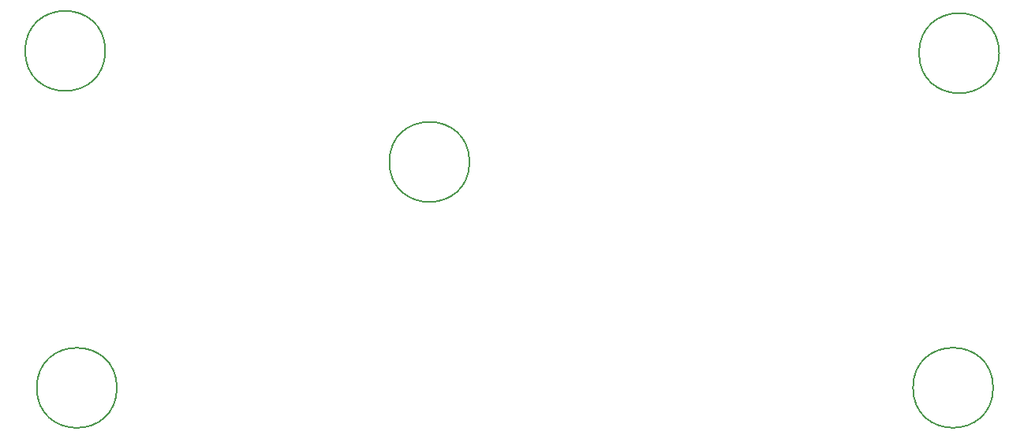
<source format=gbr>
%TF.GenerationSoftware,KiCad,Pcbnew,7.0.5-0*%
%TF.CreationDate,2023-10-18T13:26:08+10:30*%
%TF.ProjectId,Rolio,526f6c69-6f2e-46b6-9963-61645f706362,rev?*%
%TF.SameCoordinates,Original*%
%TF.FileFunction,Other,Comment*%
%FSLAX46Y46*%
G04 Gerber Fmt 4.6, Leading zero omitted, Abs format (unit mm)*
G04 Created by KiCad (PCBNEW 7.0.5-0) date 2023-10-18 13:26:08*
%MOMM*%
%LPD*%
G01*
G04 APERTURE LIST*
%ADD10C,0.150000*%
G04 APERTURE END LIST*
D10*
%TO.C,H3*%
X-21064400Y-23066000D02*
G75*
G03*
X-21064400Y-23066000I-4300000J0D01*
G01*
%TO.C,H4*%
X-21712400Y-59004000D02*
G75*
G03*
X-21712400Y-59004000I-4300000J0D01*
G01*
%TO.C,H1*%
X-117002400Y-22822000D02*
G75*
G03*
X-117002400Y-22822000I-4300000J0D01*
G01*
%TO.C,H5*%
X-77910400Y-34750000D02*
G75*
G03*
X-77910400Y-34750000I-4300000J0D01*
G01*
%TO.C,H2*%
X-115752400Y-59014000D02*
G75*
G03*
X-115752400Y-59014000I-4300000J0D01*
G01*
%TD*%
M02*

</source>
